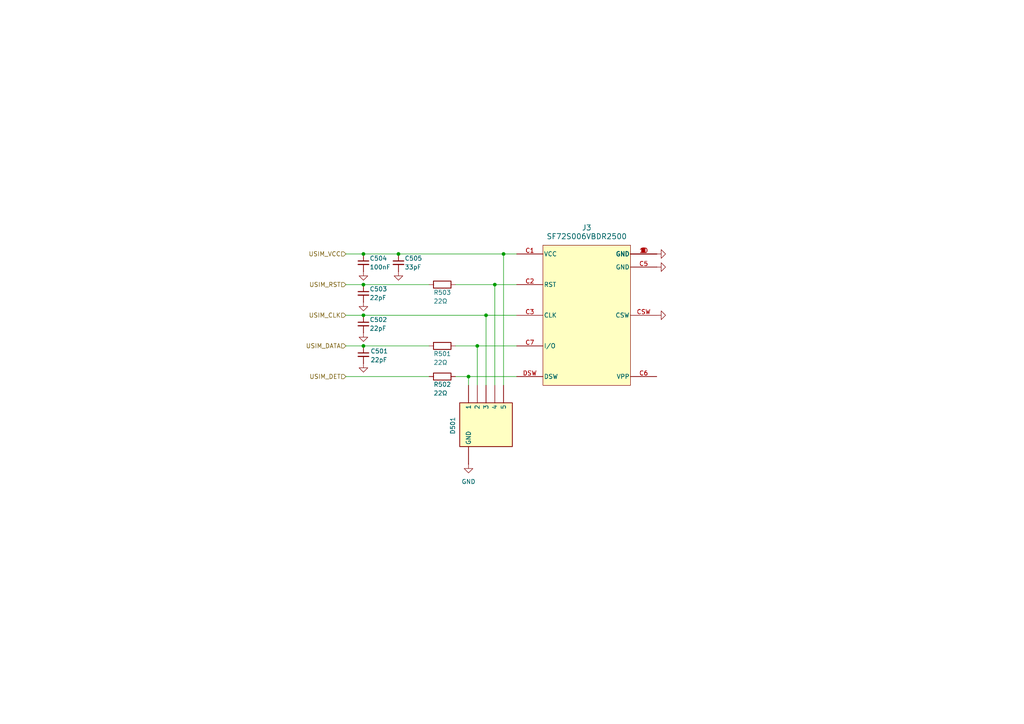
<source format=kicad_sch>
(kicad_sch (version 20231120) (generator "eeschema") (generator_version "8.0")
  (paper "A4")
  (lib_symbols
    (symbol "2024-09-21_16-56-19:SF72S006VBDR2500" (pin_names (offset 0.254))
      (property "Reference" "J3" (at 20.32 10.16 0))
      (property "Value" "SF72S006VBDR2500" (at 20.32 7.62 0))
      (symbol "SF72S006VBDR2500_0_1"
        (pin unspecified line (at 40.64 -15.24 180) (length 7.62) (name "CSW") (number "CSW"))
        (pin unspecified line (at 0 -33.02 0) (length 7.62) (name "DSW") (number "DSW"))
      )
      (symbol "SF72S006VBDR2500_1_1"
        (rectangle (start 7.62 5.08) (end 33.02 -35.56) (fill (type background)))
        (pin unspecified line (at 40.64 2.54 180) (length 7.62) (name "GND") (number "1"))
        (pin unspecified line (at 40.64 2.54 180) (length 7.62) (name "GND") (number "10"))
        (pin unspecified line (at 40.64 2.54 180) (length 7.62) (name "GND") (number "2"))
        (pin unspecified line (at 40.64 2.54 180) (length 7.62) (name "GND") (number "3"))
        (pin unspecified line (at 40.64 2.54 180) (length 7.62) (name "GND") (number "4"))
        (pin unspecified line (at 40.64 2.54 180) (length 7.62) (name "GND") (number "5"))
        (pin unspecified line (at 40.64 2.54 180) (length 7.62) (name "GND") (number "6"))
        (pin unspecified line (at 40.64 2.54 180) (length 7.62) (name "GND") (number "7"))
        (pin unspecified line (at 40.64 2.54 180) (length 7.62) (name "GND") (number "8"))
        (pin unspecified line (at 40.64 2.54 180) (length 7.62) (name "GND") (number "9"))
        (pin unspecified line (at 0 2.54 0) (length 7.62) (name "VCC") (number "C1"))
        (pin unspecified line (at 0 -6.35 0) (length 7.62) (name "RST") (number "C2"))
        (pin unspecified line (at 0 -15.24 0) (length 7.62) (name "CLK") (number "C3"))
        (pin unspecified line (at 40.64 -1.27 180) (length 7.62) (name "GND") (number "C5"))
        (pin unspecified line (at 40.64 -33.02 180) (length 7.62) (name "VPP") (number "C6"))
        (pin unspecified line (at 0 -24.13 0) (length 7.62) (name "I/O") (number "C7"))
      )
    )
    (symbol "Device:C_Small" (pin_numbers hide) (pin_names (offset 0.254) hide)
      (property "Reference" "C" (at 0.254 1.778 0))
      (property "Value" "C_Small" (at 0.254 -2.032 0))
      (symbol "C_Small_0_1"
        (polyline (pts (xy -1.524 -0.508) (xy 1.524 -0.508)) (stroke (width 0.3302)))
        (polyline (pts (xy -1.524 0.508) (xy 1.524 0.508)) (stroke (width 0.3048)))
      )
      (symbol "C_Small_1_1"
        (pin passive line (at 0 2.54 270) (length 2.032) (name "~") (number "1"))
        (pin passive line (at 0 -2.54 90) (length 2.032) (name "~") (number "2"))
      )
    )
    (symbol "Device:R" (pin_numbers hide) (pin_names (offset 0))
      (property "Reference" "R" (at 2.032 0 90))
      (property "Value" "R" (at 0 0 90))
      (symbol "R_0_1"
        (rectangle (start -1.016 -2.54) (end 1.016 2.54) (stroke (width 0.254)))
      )
      (symbol "R_1_1"
        (pin passive line (at 0 3.81 270) (length 1.27) (name "~") (number "1"))
        (pin passive line (at 0 -3.81 90) (length 1.27) (name "~") (number "2"))
      )
    )
    (symbol "PESD3V3L5UY_115:PESD3V3L5UY,115"
      (property "Reference" "D1" (at 11.684 5.08 0))
      (property "Value" "PESD3V3L5UY,115" (at 11.684 2.54 0))
      (symbol "PESD3V3L5UY,115_1_1"
        (rectangle (start 5.08 0) (end 17.78 -15.24) (stroke (width 0.254)) (fill (type background)))
        (pin passive line (at 0 -2.54 0) (length 5.08) (name "1") (number ""))
        (pin passive line (at 0 -5.08 0) (length 5.08) (name "2") (number ""))
        (pin passive line (at 0 -7.62 0) (length 5.08) (name "3") (number ""))
        (pin passive line (at 0 -10.16 0) (length 5.08) (name "4") (number ""))
        (pin passive line (at 0 -12.7 0) (length 5.08) (name "5") (number ""))
        (pin passive line (at 22.86 -2.54 180) (length 5.08) (name "GND") (number ""))
      )
    )
    (symbol "power:GND" (power) (pin_numbers hide) (pin_names (offset 0) hide)
      (property "Value" "GND" (at 0 -3.81 0))
      (symbol "GND_0_1"
        (polyline (pts (xy 0 0) (xy 0 -1.27) (xy 1.27 -1.27) (xy 0 -2.54) (xy -1.27 -1.27) (xy 0 -1.27)))
      )
      (symbol "GND_1_1"
        (pin power_in line (at 0 0 270) (length 0) (name "~") (number "1"))
      )
    )
  )
  (junction (at 105.41 73.66))
  (junction (at 105.41 91.44))
  (junction (at 138.43 100.33))
  (junction (at 115.57 73.66))
  (junction (at 143.51 82.55))
  (junction (at 146.05 73.66))
  (junction (at 135.89 109.22))
  (junction (at 105.41 100.33))
  (junction (at 140.97 91.44))
  (junction (at 105.41 82.55))
  (wire (pts (xy 100.33 82.55) (xy 105.41 82.55)))
  (wire (pts (xy 105.41 100.33) (xy 124.46 100.33)))
  (wire (pts (xy 115.57 73.66) (xy 146.05 73.66)))
  (wire (pts (xy 143.51 82.55) (xy 143.51 111.76)))
  (wire (pts (xy 100.33 73.66) (xy 105.41 73.66)))
  (wire (pts (xy 138.43 100.33) (xy 149.86 100.33)))
  (wire (pts (xy 100.33 100.33) (xy 105.41 100.33)))
  (wire (pts (xy 132.08 82.55) (xy 143.51 82.55)))
  (wire (pts (xy 138.43 100.33) (xy 138.43 111.76)))
  (wire (pts (xy 146.05 73.66) (xy 149.86 73.66)))
  (wire (pts (xy 140.97 91.44) (xy 149.86 91.44)))
  (wire (pts (xy 105.41 82.55) (xy 124.46 82.55)))
  (wire (pts (xy 146.05 73.66) (xy 146.05 111.76)))
  (wire (pts (xy 100.33 109.22) (xy 124.46 109.22)))
  (wire (pts (xy 100.33 91.44) (xy 105.41 91.44)))
  (wire (pts (xy 105.41 91.44) (xy 140.97 91.44)))
  (wire (pts (xy 132.08 109.22) (xy 135.89 109.22)))
  (wire (pts (xy 143.51 82.55) (xy 149.86 82.55)))
  (wire (pts (xy 132.08 100.33) (xy 138.43 100.33)))
  (wire (pts (xy 105.41 73.66) (xy 115.57 73.66)))
  (wire (pts (xy 140.97 91.44) (xy 140.97 111.76)))
  (wire (pts (xy 135.89 109.22) (xy 149.86 109.22)))
  (wire (pts (xy 135.89 109.22) (xy 135.89 111.76)))
  (hierarchical_label "USIM_CLK" (shape input) (at 100.33 91.44 180))
  (hierarchical_label "USIM_VCC" (shape input) (at 100.33 73.66 180))
  (hierarchical_label "USIM_DET" (shape input) (at 100.33 109.22 180))
  (hierarchical_label "USIM_RST" (shape input) (at 100.33 82.55 180))
  (hierarchical_label "USIM_DATA" (shape input) (at 100.33 100.33 180))
  (symbol (lib_id "Device:C_Small") (at 105.41 85.09 0) (unit 1)
    (property "Reference" "C503" (at 107.188 83.8262 0) (effects (justify left)))
    (property "Value" "22pF" (at 107.188 86.3662 0) (effects (justify left)))
    (property "Description" "Unpolarized capacitor, small symbol" (effects (hide yes)))
  )
  (symbol (lib_id "Device:R") (at 128.27 82.55 270) (unit 1)
    (property "Reference" "R503" (at 125.73 84.836 90) (effects (justify left)))
    (property "Value" "22Ω" (at 125.73 87.376 90) (effects (justify left)))
    (property "Description" "Resistor" (effects (hide yes)))
  )
  (symbol (lib_id "2024-09-21_16-56-19:SF72S006VBDR2500") (at 149.86 76.2 0) (unit 1)
    (property "Reference" "J3" (at 170.18 66.04 0) (effects (font (size 1.524 1.524))))
    (property "Value" "SF72S006VBDR2500" (at 170.18 68.58 0) (effects (font (size 1.524 1.524))))
    (property "Footprint" "SF72S006VBDR2500_JAE" (effects (hide yes)))
    (property "Datasheet" "SF72S006VBDR2500" (effects (hide yes)))
    (instances (project "" (path "" (reference "J3") (unit 1)) (path "" (reference "J501") (unit 1))))
  )
  (symbol (lib_id "power:GND") (at 115.57 78.74 0) (unit 1)
    (property "Reference" "#PWR027" (effects (hide yes)))
    (property "Value" "GND" (effects (hide yes)))
    (property "Description" "Power symbol creates a global label with name \"GND\" , ground" (effects (hide yes)))
  )
  (symbol (lib_id "power:GND") (at 190.5 73.66 90) (unit 1)
    (property "Reference" "#PWR019" (effects (hide yes)))
    (property "Value" "GND" (effects (hide yes)))
    (property "Description" "Power symbol creates a global label with name \"GND\" , ground" (effects (hide yes)))
  )
  (symbol (lib_id "power:GND") (at 135.89 134.62 0) (unit 1)
    (property "Reference" "#PWR014" (effects (hide yes)))
    (property "Value" "GND" (at 135.89 139.7 0))
    (property "Description" "Power symbol creates a global label with name \"GND\" , ground" (effects (hide yes)))
  )
  (symbol (lib_id "Device:C_Small") (at 105.41 93.98 0) (unit 1)
    (property "Reference" "C502" (at 107.188 92.7162 0) (effects (justify left)))
    (property "Value" "22pF" (at 107.188 95.2562 0) (effects (justify left)))
    (property "Description" "Unpolarized capacitor, small symbol" (effects (hide yes)))
  )
  (symbol (lib_id "power:GND") (at 190.5 77.47 90) (unit 1)
    (property "Reference" "#PWR021" (effects (hide yes)))
    (property "Value" "GND" (effects (hide yes)))
    (property "Description" "Power symbol creates a global label with name \"GND\" , ground" (effects (hide yes)))
  )
  (symbol (lib_id "PESD3V3L5UY_115:PESD3V3L5UY,115") (at 133.35 111.76 90) (mirror x) (unit 1)
    (property "Reference" "D501" (at 131.318 123.444 0))
    (property "Value" "PESD3V3L5UY,115" (effects (hide yes)))
    (property "Footprint" "SOT65P210X110-6N" (effects (hide yes)))
    (property "Datasheet" "https://assets.nexperia.com/documents/data-sheet/PESDXL5UF_V_Y.pdf" (effects (hide yes)))
    (property "Description" "12V Clamp 2.5A (8/20s) Ipp Tvs Diode Surface Mount 6-TSSOP" (effects (hide yes)))
    (property "Height" "1.1" (effects (hide yes)))
    (property "Manufacturer_Name" "Nexperia" (effects (hide yes)))
    (property "Manufacturer_Part_Number" "PESD3V3L5UY,115" (effects (hide yes)))
    (property "Mouser Part Number" "771-PESD3V3L5UY-T/R" (effects (hide yes)))
    (property "Mouser Price/Stock" "https://www.mouser.co.uk/ProductDetail/Nexperia/PESD3V3L5UY115?qs=LOCUfHb8d9sV6upBtGaS7A%3D%3D" (effects (hide yes)))
    (property "Arrow Part Number" "PESD3V3L5UY,115" (effects (hide yes)))
    (property "Arrow Price/Stock" "https://www.arrow.com/en/products/pesd3v3l5uy115/nexperia?region=nac" (effects (hide yes)))
  )
  (symbol (lib_id "Device:R") (at 128.27 100.33 270) (unit 1)
    (property "Reference" "R501" (at 125.73 102.616 90) (effects (justify left)))
    (property "Value" "22Ω" (at 125.73 105.156 90) (effects (justify left)))
    (property "Description" "Resistor" (effects (hide yes)))
  )
  (symbol (lib_id "power:GND") (at 105.41 78.74 0) (unit 1)
    (property "Reference" "#PWR026" (effects (hide yes)))
    (property "Value" "GND" (effects (hide yes)))
    (property "Description" "Power symbol creates a global label with name \"GND\" , ground" (effects (hide yes)))
  )
  (symbol (lib_id "Device:R") (at 128.27 109.22 270) (unit 1)
    (property "Reference" "R502" (at 125.73 111.506 90) (effects (justify left)))
    (property "Value" "22Ω" (at 125.73 114.046 90) (effects (justify left)))
    (property "Description" "Resistor" (effects (hide yes)))
  )
  (symbol (lib_id "Device:C_Small") (at 105.41 76.2 0) (unit 1)
    (property "Reference" "C504" (at 107.188 74.9362 0) (effects (justify left)))
    (property "Value" "100nF" (at 107.188 77.4762 0) (effects (justify left)))
    (property "Description" "Unpolarized capacitor, small symbol" (effects (hide yes)))
  )
  (symbol (lib_id "Device:C_Small") (at 105.41 102.87 0) (unit 1)
    (property "Reference" "C501" (at 107.442 101.854 0) (effects (justify left)))
    (property "Value" "22pF" (at 107.442 104.394 0) (effects (justify left)))
    (property "Description" "Unpolarized capacitor, small symbol" (effects (hide yes)))
  )
  (symbol (lib_id "power:GND") (at 105.41 87.63 0) (unit 1)
    (property "Reference" "#PWR025" (effects (hide yes)))
    (property "Value" "GND" (effects (hide yes)))
    (property "Description" "Power symbol creates a global label with name \"GND\" , ground" (effects (hide yes)))
  )
  (symbol (lib_id "Device:C_Small") (at 115.57 76.2 0) (unit 1)
    (property "Reference" "C505" (at 117.348 74.9362 0) (effects (justify left)))
    (property "Value" "33pF" (at 117.348 77.4762 0) (effects (justify left)))
    (property "Description" "Unpolarized capacitor, small symbol" (effects (hide yes)))
  )
  (symbol (lib_id "power:GND") (at 105.41 96.52 0) (unit 1)
    (property "Reference" "#PWR023" (effects (hide yes)))
    (property "Value" "GND" (effects (hide yes)))
    (property "Description" "Power symbol creates a global label with name \"GND\" , ground" (effects (hide yes)))
  )
  (symbol (lib_id "power:GND") (at 190.5 91.44 90) (unit 1)
    (property "Reference" "#PWR022" (effects (hide yes)))
    (property "Value" "GND" (effects (hide yes)))
    (property "Description" "Power symbol creates a global label with name \"GND\" , ground" (effects (hide yes)))
  )
  (symbol (lib_id "power:GND") (at 105.41 105.41 0) (unit 1)
    (property "Reference" "#PWR024" (effects (hide yes)))
    (property "Value" "GND" (effects (hide yes)))
    (property "Description" "Power symbol creates a global label with name \"GND\" , ground" (effects (hide yes)))
  )
)
</source>
